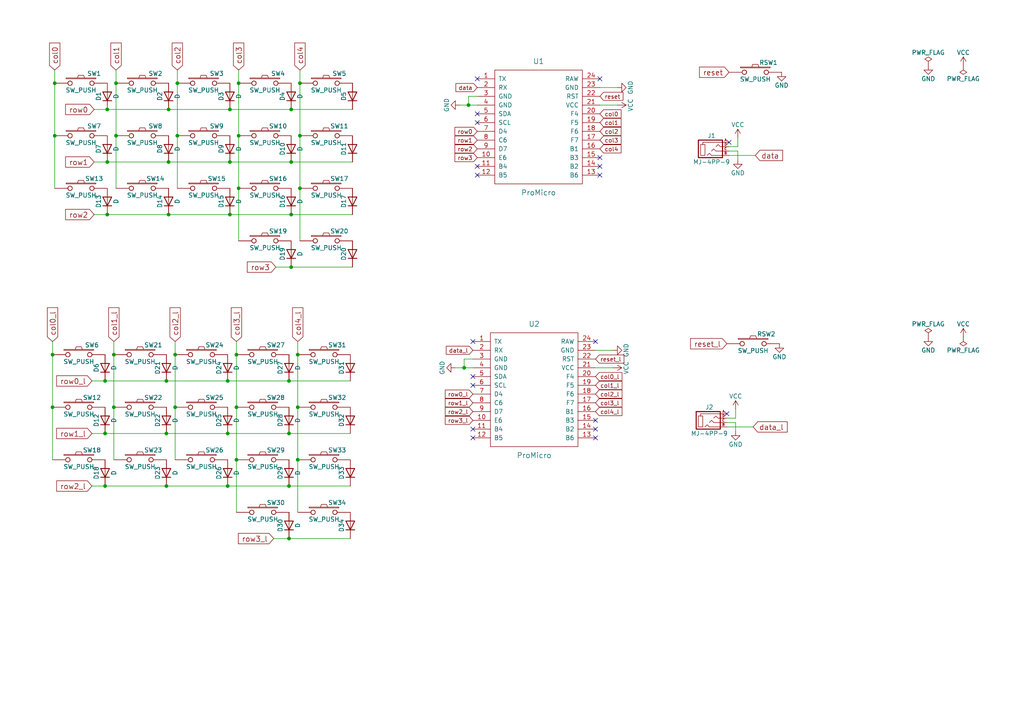
<source format=kicad_sch>
(kicad_sch (version 20230121) (generator eeschema)
  (paper "A4")
  (title_block (title "Corne Light") (date "2018-12-26") (rev "2.1") (company "foostan"))
  (lib_symbols
    (symbol "Device:D" (pin_numbers hide) (pin_names (offset 1.016) hide)
      (property "Reference" "D" (at 0 2.54 0))
      (property "Value" "D" (at 0 -2.54 0))
      (symbol "D_0_1"
        (polyline (pts (xy -1.27 1.27) (xy -1.27 -1.27)) (stroke (width 0.254)))
        (polyline (pts (xy 1.27 0) (xy -1.27 0)))
        (polyline (pts (xy 1.27 1.27) (xy 1.27 -1.27) (xy -1.27 0) (xy 1.27 1.27)) (stroke (width 0.254)))
      )
      (symbol "D_1_1"
        (pin passive line (at -3.81 0 0) (length 2.54) (name "K") (number "1"))
        (pin passive line (at 3.81 0 180) (length 2.54) (name "A") (number "2"))
      )
    )
    (symbol "chococorne-rescue:MJ-4PP-9-kbd-corne-light-rescue" (pin_names (offset 1.016))
      (property "Reference" "J" (at 0 3.81 0))
      (property "Value" "MJ-4PP-9-kbd-corne-light-rescue" (at 0 -3.81 0))
      (symbol "MJ-4PP-9-kbd-corne-light-rescue_0_1"
        (rectangle (start -1.905 -1.905) (end -3.175 1.27))
        (polyline (pts (xy -2.54 1.27) (xy -2.54 1.905) (xy 3.175 1.905)))
        (polyline (pts (xy -1.27 -1.905) (xy -0.635 -1.27) (xy 0 -1.905) (xy 3.175 -1.905)))
        (polyline (pts (xy 0 -0.635) (xy 0.635 0) (xy 1.27 -0.635) (xy 3.175 -0.635)))
        (polyline (pts (xy 1.27 0.635) (xy 1.905 1.27) (xy 2.54 0.635) (xy 3.175 0.635)))
        (rectangle (start 3.175 2.54) (end -3.81 -2.54) (stroke (width 0.3048)))
      )
      (symbol "MJ-4PP-9-kbd-corne-light-rescue_1_1"
        (pin input line (at 5.08 1.905 180) (length 2.0066) (name "~") (number "A"))
        (pin input line (at 5.08 -1.905 180) (length 2.0066) (name "~") (number "B"))
        (pin input line (at 5.08 -0.635 180) (length 2.0066) (name "~") (number "C"))
        (pin input line (at 5.08 0.635 180) (length 2.0066) (name "~") (number "D"))
      )
    )
    (symbol "chococorne-rescue:ProMicro-kbd-corne-light-rescue" (pin_names (offset 1.016))
      (property "Reference" "U" (at 0 24.13 0))
      (property "Value" "ProMicro-kbd-corne-light-rescue" (at 0 -13.97 0))
      (symbol "ProMicro-kbd-corne-light-rescue_0_1"
        (rectangle (start -12.7 21.59) (end 12.7 -11.43))
      )
      (symbol "ProMicro-kbd-corne-light-rescue_1_1"
        (pin bidirectional line (at -17.78 19.05 0) (length 5.08) (name "TX") (number "1"))
        (pin bidirectional line (at -17.78 -3.81 0) (length 5.08) (name "E6") (number "10"))
        (pin bidirectional line (at -17.78 -6.35 0) (length 5.08) (name "B4") (number "11"))
        (pin bidirectional line (at -17.78 -8.89 0) (length 5.08) (name "B5") (number "12"))
        (pin bidirectional line (at 17.78 -8.89 180) (length 5.08) (name "B6") (number "13"))
        (pin bidirectional line (at 17.78 -6.35 180) (length 5.08) (name "B2") (number "14"))
        (pin bidirectional line (at 17.78 -3.81 180) (length 5.08) (name "B3") (number "15"))
        (pin bidirectional line (at 17.78 -1.27 180) (length 5.08) (name "B1") (number "16"))
        (pin bidirectional line (at 17.78 1.27 180) (length 5.08) (name "F7") (number "17"))
        (pin bidirectional line (at 17.78 3.81 180) (length 5.08) (name "F6") (number "18"))
        (pin bidirectional line (at 17.78 6.35 180) (length 5.08) (name "F5") (number "19"))
        (pin bidirectional line (at -17.78 16.51 0) (length 5.08) (name "RX") (number "2"))
        (pin bidirectional line (at 17.78 8.89 180) (length 5.08) (name "F4") (number "20"))
        (pin power_in line (at 17.78 11.43 180) (length 5.08) (name "VCC") (number "21"))
        (pin input line (at 17.78 13.97 180) (length 5.08) (name "RST") (number "22"))
        (pin power_in line (at 17.78 16.51 180) (length 5.08) (name "GND") (number "23"))
        (pin power_out line (at 17.78 19.05 180) (length 5.08) (name "RAW") (number "24"))
        (pin power_in line (at -17.78 13.97 0) (length 5.08) (name "GND") (number "3"))
        (pin power_in line (at -17.78 11.43 0) (length 5.08) (name "GND") (number "4"))
        (pin bidirectional line (at -17.78 8.89 0) (length 5.08) (name "SDA") (number "5"))
        (pin bidirectional line (at -17.78 6.35 0) (length 5.08) (name "SCL") (number "6"))
        (pin bidirectional line (at -17.78 3.81 0) (length 5.08) (name "D4") (number "7"))
        (pin bidirectional line (at -17.78 1.27 0) (length 5.08) (name "C6") (number "8"))
        (pin bidirectional line (at -17.78 -1.27 0) (length 5.08) (name "D7") (number "9"))
      )
    )
    (symbol "chococorne-rescue:SW_PUSH-kbd-corne-light-rescue" (pin_numbers hide) (pin_names (offset 1.016) hide)
      (property "Reference" "SW" (at 3.81 2.794 0))
      (property "Value" "SW_PUSH-kbd-corne-light-rescue" (at 0 -2.032 0))
      (symbol "SW_PUSH-kbd-corne-light-rescue_0_1"
        (rectangle (start -4.318 1.27) (end 4.318 1.524))
        (polyline (pts (xy -1.016 1.524) (xy -0.762 2.286) (xy 0.762 2.286) (xy 1.016 1.524)))
        (pin passive inverted (at -7.62 0 0) (length 5.08) (name "1") (number "1"))
        (pin passive inverted (at 7.62 0 180) (length 5.08) (name "2") (number "2"))
      )
    )
    (symbol "power:GND" (power) (pin_names (offset 0))
      (property "Value" "GND" (at 0 -3.81 0))
      (symbol "GND_0_1"
        (polyline (pts (xy 0 0) (xy 0 -1.27) (xy 1.27 -1.27) (xy 0 -2.54) (xy -1.27 -1.27) (xy 0 -1.27)))
      )
      (symbol "GND_1_1"
        (pin power_in line (at 0 0 270) (length 0) hide (name "GND") (number "1"))
      )
    )
    (symbol "power:PWR_FLAG" (power) (pin_numbers hide) (pin_names (offset 0) hide)
      (property "Value" "PWR_FLAG" (at 0 3.81 0))
      (symbol "PWR_FLAG_0_0"
        (pin power_out line (at 0 0 90) (length 0) (name "pwr") (number "1"))
      )
      (symbol "PWR_FLAG_0_1"
        (polyline (pts (xy 0 0) (xy 0 1.27) (xy -1.016 1.905) (xy 0 2.54) (xy 1.016 1.905) (xy 0 1.27)))
      )
    )
    (symbol "power:VCC" (power) (pin_names (offset 0))
      (property "Value" "VCC" (at 0 3.81 0))
      (symbol "VCC_0_1"
        (polyline (pts (xy -0.762 1.27) (xy 0 2.54)))
        (polyline (pts (xy 0 0) (xy 0 2.54)))
        (polyline (pts (xy 0 2.54) (xy 0.762 1.27)))
      )
      (symbol "VCC_1_1"
        (pin power_in line (at 0 0 90) (length 0) hide (name "VCC") (number "1"))
      )
    )
  )
  (junction (at 86.36 102.87))
  (junction (at 48.895 31.75))
  (junction (at 48.895 62.23))
  (junction (at 84.455 77.47))
  (junction (at 15.24 102.87))
  (junction (at 33.655 39.37))
  (junction (at 15.875 39.37))
  (junction (at 15.875 24.13))
  (junction (at 69.215 54.61))
  (junction (at 48.26 125.73))
  (junction (at 15.24 118.11))
  (junction (at 83.82 125.73))
  (junction (at 31.115 46.99))
  (junction (at 50.8 102.87))
  (junction (at 86.36 133.35))
  (junction (at 30.48 140.97))
  (junction (at 86.36 118.11))
  (junction (at 33.655 24.13))
  (junction (at 48.26 140.97))
  (junction (at 30.48 125.73))
  (junction (at 83.82 156.21))
  (junction (at 51.435 39.37))
  (junction (at 83.82 110.49))
  (junction (at 84.455 31.75))
  (junction (at 86.995 24.13))
  (junction (at 84.455 62.23))
  (junction (at 33.02 118.11))
  (junction (at 69.215 24.13))
  (junction (at 68.58 133.35))
  (junction (at 66.675 62.23))
  (junction (at 83.82 140.97))
  (junction (at 84.455 46.99))
  (junction (at 66.675 46.99))
  (junction (at 31.115 31.75))
  (junction (at 134.62 106.68))
  (junction (at 69.215 39.37))
  (junction (at 66.04 125.73))
  (junction (at 68.58 118.11))
  (junction (at 66.04 140.97))
  (junction (at 68.58 102.87))
  (junction (at 30.48 110.49))
  (junction (at 51.435 24.13))
  (junction (at 50.8 118.11))
  (junction (at 48.26 110.49))
  (junction (at 86.995 54.61))
  (junction (at 66.04 110.49))
  (junction (at 31.115 62.23))
  (junction (at 66.675 31.75))
  (junction (at 135.89 30.48))
  (junction (at 86.995 39.37))
  (junction (at 48.895 46.99))
  (junction (at 33.02 102.87))
  (no_connect (at 172.72 121.92))
  (no_connect (at 137.16 127))
  (no_connect (at 137.16 111.76))
  (no_connect (at 137.16 99.06))
  (no_connect (at 173.99 45.72))
  (no_connect (at 172.72 127))
  (no_connect (at 138.43 35.56))
  (no_connect (at 138.43 22.86))
  (no_connect (at 211.455 41.275))
  (no_connect (at 138.43 50.8))
  (no_connect (at 172.72 99.06))
  (no_connect (at 172.72 124.46))
  (no_connect (at 173.99 48.26))
  (no_connect (at 210.82 120.015))
  (no_connect (at 138.43 33.02))
  (no_connect (at 137.16 124.46))
  (no_connect (at 137.16 109.22))
  (no_connect (at 173.99 50.8))
  (no_connect (at 138.43 48.26))
  (no_connect (at 173.99 22.86))
  (wire (pts (xy 86.36 133.35) (xy 86.36 148.59)))
  (wire (pts (xy 86.995 39.37) (xy 86.995 54.61)))
  (wire (pts (xy 15.875 20.32) (xy 15.875 24.13)))
  (wire (pts (xy 83.82 125.73) (xy 101.6 125.73)))
  (wire (pts (xy 27.305 62.23) (xy 31.115 62.23)))
  (wire (pts (xy 173.99 30.48) (xy 179.07 30.48)))
  (wire (pts (xy 68.58 99.06) (xy 68.58 102.87)))
  (wire (pts (xy 66.675 31.75) (xy 84.455 31.75)))
  (wire (pts (xy 69.215 24.13) (xy 69.215 39.37)))
  (wire (pts (xy 84.455 62.23) (xy 102.235 62.23)))
  (wire (pts (xy 133.35 30.48) (xy 135.89 30.48)))
  (wire (pts (xy 48.26 140.97) (xy 66.04 140.97)))
  (wire (pts (xy 135.89 27.94) (xy 135.89 30.48)))
  (wire (pts (xy 33.655 24.13) (xy 33.655 39.37)))
  (wire (pts (xy 213.36 121.285) (xy 213.36 118.745)))
  (wire (pts (xy 172.72 106.68) (xy 177.8 106.68)))
  (wire (pts (xy 213.36 122.555) (xy 213.36 125.095)))
  (wire (pts (xy 66.675 46.99) (xy 84.455 46.99)))
  (wire (pts (xy 69.215 54.61) (xy 69.215 69.85)))
  (wire (pts (xy 48.895 62.23) (xy 66.675 62.23)))
  (wire (pts (xy 86.995 20.32) (xy 86.995 24.13)))
  (wire (pts (xy 132.08 106.68) (xy 134.62 106.68)))
  (wire (pts (xy 51.435 20.32) (xy 51.435 24.13)))
  (wire (pts (xy 86.36 118.11) (xy 86.36 133.35)))
  (wire (pts (xy 80.01 77.47) (xy 84.455 77.47)))
  (wire (pts (xy 86.36 102.87) (xy 86.36 118.11)))
  (wire (pts (xy 30.48 125.73) (xy 48.26 125.73)))
  (wire (pts (xy 26.67 140.97) (xy 30.48 140.97)))
  (wire (pts (xy 135.89 30.48) (xy 138.43 30.48)))
  (wire (pts (xy 134.62 106.68) (xy 137.16 106.68)))
  (wire (pts (xy 31.115 31.75) (xy 48.895 31.75)))
  (wire (pts (xy 15.875 39.37) (xy 15.875 54.61)))
  (wire (pts (xy 84.455 31.75) (xy 102.235 31.75)))
  (wire (pts (xy 210.82 121.285) (xy 213.36 121.285)))
  (wire (pts (xy 31.115 62.23) (xy 48.895 62.23)))
  (wire (pts (xy 48.26 110.49) (xy 66.04 110.49)))
  (wire (pts (xy 66.04 110.49) (xy 83.82 110.49)))
  (wire (pts (xy 27.305 31.75) (xy 31.115 31.75)))
  (wire (pts (xy 66.04 125.73) (xy 83.82 125.73)))
  (wire (pts (xy 68.58 118.11) (xy 68.58 133.35)))
  (wire (pts (xy 213.995 43.815) (xy 213.995 46.355)))
  (wire (pts (xy 138.43 27.94) (xy 135.89 27.94)))
  (wire (pts (xy 83.82 110.49) (xy 101.6 110.49)))
  (wire (pts (xy 26.67 125.73) (xy 30.48 125.73)))
  (wire (pts (xy 210.82 122.555) (xy 213.36 122.555)))
  (wire (pts (xy 50.8 118.11) (xy 50.8 133.35)))
  (wire (pts (xy 66.04 140.97) (xy 83.82 140.97)))
  (wire (pts (xy 211.455 45.085) (xy 219.075 45.085)))
  (wire (pts (xy 27.305 46.99) (xy 31.115 46.99)))
  (wire (pts (xy 50.8 99.06) (xy 50.8 102.87)))
  (wire (pts (xy 15.24 118.11) (xy 15.24 133.35)))
  (wire (pts (xy 172.72 101.6) (xy 177.8 101.6)))
  (wire (pts (xy 68.58 102.87) (xy 68.58 118.11)))
  (wire (pts (xy 33.655 20.32) (xy 33.655 24.13)))
  (wire (pts (xy 33.655 39.37) (xy 33.655 54.61)))
  (wire (pts (xy 48.26 125.73) (xy 66.04 125.73)))
  (wire (pts (xy 79.375 156.21) (xy 83.82 156.21)))
  (wire (pts (xy 213.995 42.545) (xy 213.995 40.005)))
  (wire (pts (xy 33.02 99.06) (xy 33.02 102.87)))
  (wire (pts (xy 86.995 54.61) (xy 86.995 69.85)))
  (wire (pts (xy 15.875 24.13) (xy 15.875 39.37)))
  (wire (pts (xy 15.24 102.87) (xy 15.24 118.11)))
  (wire (pts (xy 15.24 99.06) (xy 15.24 102.87)))
  (wire (pts (xy 84.455 46.99) (xy 102.235 46.99)))
  (wire (pts (xy 83.82 140.97) (xy 101.6 140.97)))
  (wire (pts (xy 211.455 43.815) (xy 213.995 43.815)))
  (wire (pts (xy 33.02 118.11) (xy 33.02 133.35)))
  (wire (pts (xy 33.02 102.87) (xy 33.02 118.11)))
  (wire (pts (xy 30.48 140.97) (xy 48.26 140.97)))
  (wire (pts (xy 50.8 102.87) (xy 50.8 118.11)))
  (wire (pts (xy 51.435 24.13) (xy 51.435 39.37)))
  (wire (pts (xy 83.82 156.21) (xy 101.6 156.21)))
  (wire (pts (xy 66.675 62.23) (xy 84.455 62.23)))
  (wire (pts (xy 84.455 77.47) (xy 102.235 77.47)))
  (wire (pts (xy 68.58 133.35) (xy 68.58 148.59)))
  (wire (pts (xy 86.995 24.13) (xy 86.995 39.37)))
  (wire (pts (xy 26.67 110.49) (xy 30.48 110.49)))
  (wire (pts (xy 69.215 39.37) (xy 69.215 54.61)))
  (wire (pts (xy 48.895 31.75) (xy 66.675 31.75)))
  (wire (pts (xy 48.895 46.99) (xy 66.675 46.99)))
  (wire (pts (xy 86.36 99.06) (xy 86.36 102.87)))
  (wire (pts (xy 137.16 104.14) (xy 134.62 104.14)))
  (wire (pts (xy 51.435 39.37) (xy 51.435 54.61)))
  (wire (pts (xy 69.215 20.32) (xy 69.215 24.13)))
  (wire (pts (xy 211.455 42.545) (xy 213.995 42.545)))
  (wire (pts (xy 210.82 123.825) (xy 218.44 123.825)))
  (wire (pts (xy 173.99 25.4) (xy 179.07 25.4)))
  (wire (pts (xy 30.48 110.49) (xy 48.26 110.49)))
  (wire (pts (xy 134.62 104.14) (xy 134.62 106.68)))
  (wire (pts (xy 31.115 46.99) (xy 48.895 46.99)))
  (global_label "row2" (shape input) (at 27.305 62.23 180) (effects (font (size 1.524 1.524))) (property "Intersheetrefs" "${INTERSHEET_REFS}" (effects hide)))
  (global_label "row2" (shape input) (at 138.43 43.18 180) (effects (font (size 1.1938 1.1938))) (property "Intersheetrefs" "${INTERSHEET_REFS}" (effects hide)))
  (global_label "col4" (shape input) (at 173.99 43.18 0) (effects (font (size 1.1938 1.1938))) (property "Intersheetrefs" "${INTERSHEET_REFS}" (effects hide)))
  (global_label "row2_l" (shape input) (at 137.16 119.38 180) (effects (font (size 1.1938 1.1938))) (property "Intersheetrefs" "${INTERSHEET_REFS}" (effects hide)))
  (global_label "row2_l" (shape input) (at 26.67 140.97 180) (effects (font (size 1.524 1.524))) (property "Intersheetrefs" "${INTERSHEET_REFS}" (effects hide)))
  (global_label "row1_l" (shape input) (at 137.16 116.84 180) (effects (font (size 1.1938 1.1938))) (property "Intersheetrefs" "${INTERSHEET_REFS}" (effects hide)))
  (global_label "row3_l" (shape input) (at 137.16 121.92 180) (effects (font (size 1.1938 1.1938))) (property "Intersheetrefs" "${INTERSHEET_REFS}" (effects hide)))
  (global_label "data_l" (shape input) (at 137.16 101.6 180) (effects (font (size 1.1938 1.1938))) (property "Intersheetrefs" "${INTERSHEET_REFS}" (effects hide)))
  (global_label "col4_l" (shape input) (at 172.72 119.38 0) (effects (font (size 1.1938 1.1938))) (property "Intersheetrefs" "${INTERSHEET_REFS}" (effects hide)))
  (global_label "col1" (shape input) (at 33.655 20.32 90) (effects (font (size 1.524 1.524))) (property "Intersheetrefs" "${INTERSHEET_REFS}" (effects hide)))
  (global_label "data_l" (shape input) (at 218.44 123.825 0) (effects (font (size 1.524 1.524))) (property "Intersheetrefs" "${INTERSHEET_REFS}" (effects hide)))
  (global_label "data" (shape input) (at 219.075 45.085 0) (effects (font (size 1.524 1.524))) (property "Intersheetrefs" "${INTERSHEET_REFS}" (effects hide)))
  (global_label "col3" (shape input) (at 173.99 40.64 0) (effects (font (size 1.1938 1.1938))) (property "Intersheetrefs" "${INTERSHEET_REFS}" (effects hide)))
  (global_label "reset_l" (shape input) (at 172.72 104.14 0) (effects (font (size 1.1938 1.1938))) (property "Intersheetrefs" "${INTERSHEET_REFS}" (effects hide)))
  (global_label "reset_l" (shape input) (at 210.82 99.695 180) (effects (font (size 1.524 1.524))) (property "Intersheetrefs" "${INTERSHEET_REFS}" (effects hide)))
  (global_label "col0_l" (shape input) (at 15.24 99.06 90) (effects (font (size 1.524 1.524))) (property "Intersheetrefs" "${INTERSHEET_REFS}" (effects hide)))
  (global_label "col0_l" (shape input) (at 172.72 109.22 0) (effects (font (size 1.1938 1.1938))) (property "Intersheetrefs" "${INTERSHEET_REFS}" (effects hide)))
  (global_label "row3" (shape input) (at 138.43 45.72 180) (effects (font (size 1.1938 1.1938))) (property "Intersheetrefs" "${INTERSHEET_REFS}" (effects hide)))
  (global_label "row3" (shape input) (at 80.01 77.47 180) (effects (font (size 1.524 1.524))) (property "Intersheetrefs" "${INTERSHEET_REFS}" (effects hide)))
  (global_label "col3_l" (shape input) (at 68.58 99.06 90) (effects (font (size 1.524 1.524))) (property "Intersheetrefs" "${INTERSHEET_REFS}" (effects hide)))
  (global_label "col1_l" (shape input) (at 33.02 99.06 90) (effects (font (size 1.524 1.524))) (property "Intersheetrefs" "${INTERSHEET_REFS}" (effects hide)))
  (global_label "col4_l" (shape input) (at 86.36 99.06 90) (effects (font (size 1.524 1.524))) (property "Intersheetrefs" "${INTERSHEET_REFS}" (effects hide)))
  (global_label "col0" (shape input) (at 15.875 20.32 90) (effects (font (size 1.524 1.524))) (property "Intersheetrefs" "${INTERSHEET_REFS}" (effects hide)))
  (global_label "row1" (shape input) (at 27.305 46.99 180) (effects (font (size 1.524 1.524))) (property "Intersheetrefs" "${INTERSHEET_REFS}" (effects hide)))
  (global_label "reset" (shape input) (at 211.455 20.955 180) (effects (font (size 1.524 1.524))) (property "Intersheetrefs" "${INTERSHEET_REFS}" (effects hide)))
  (global_label "row1_l" (shape input) (at 26.67 125.73 180) (effects (font (size 1.524 1.524))) (property "Intersheetrefs" "${INTERSHEET_REFS}" (effects hide)))
  (global_label "col0" (shape input) (at 173.99 33.02 0) (effects (font (size 1.1938 1.1938))) (property "Intersheetrefs" "${INTERSHEET_REFS}" (effects hide)))
  (global_label "col2_l" (shape input) (at 50.8 99.06 90) (effects (font (size 1.524 1.524))) (property "Intersheetrefs" "${INTERSHEET_REFS}" (effects hide)))
  (global_label "col4" (shape input) (at 86.995 20.32 90) (effects (font (size 1.524 1.524))) (property "Intersheetrefs" "${INTERSHEET_REFS}" (effects hide)))
  (global_label "col2" (shape input) (at 173.99 38.1 0) (effects (font (size 1.1938 1.1938))) (property "Intersheetrefs" "${INTERSHEET_REFS}" (effects hide)))
  (global_label "col2_l" (shape input) (at 172.72 114.3 0) (effects (font (size 1.1938 1.1938))) (property "Intersheetrefs" "${INTERSHEET_REFS}" (effects hide)))
  (global_label "row0" (shape input) (at 138.43 38.1 180) (effects (font (size 1.1938 1.1938))) (property "Intersheetrefs" "${INTERSHEET_REFS}" (effects hide)))
  (global_label "row3_l" (shape input) (at 79.375 156.21 180) (effects (font (size 1.524 1.524))) (property "Intersheetrefs" "${INTERSHEET_REFS}" (effects hide)))
  (global_label "col1_l" (shape input) (at 172.72 111.76 0) (effects (font (size 1.1938 1.1938))) (property "Intersheetrefs" "${INTERSHEET_REFS}" (effects hide)))
  (global_label "reset" (shape input) (at 173.99 27.94 0) (effects (font (size 1.1938 1.1938))) (property "Intersheetrefs" "${INTERSHEET_REFS}" (effects hide)))
  (global_label "row0" (shape input) (at 27.305 31.75 180) (effects (font (size 1.524 1.524))) (property "Intersheetrefs" "${INTERSHEET_REFS}" (effects hide)))
  (global_label "data" (shape input) (at 138.43 25.4 180) (effects (font (size 1.1938 1.1938))) (property "Intersheetrefs" "${INTERSHEET_REFS}" (effects hide)))
  (global_label "row1" (shape input) (at 138.43 40.64 180) (effects (font (size 1.1938 1.1938))) (property "Intersheetrefs" "${INTERSHEET_REFS}" (effects hide)))
  (global_label "col1" (shape input) (at 173.99 35.56 0) (effects (font (size 1.1938 1.1938))) (property "Intersheetrefs" "${INTERSHEET_REFS}" (effects hide)))
  (global_label "col2" (shape input) (at 51.435 20.32 90) (effects (font (size 1.524 1.524))) (property "Intersheetrefs" "${INTERSHEET_REFS}" (effects hide)))
  (global_label "row0_l" (shape input) (at 137.16 114.3 180) (effects (font (size 1.1938 1.1938))) (property "Intersheetrefs" "${INTERSHEET_REFS}" (effects hide)))
  (global_label "col3_l" (shape input) (at 172.72 116.84 0) (effects (font (size 1.1938 1.1938))) (property "Intersheetrefs" "${INTERSHEET_REFS}" (effects hide)))
  (global_label "col3" (shape input) (at 69.215 20.32 90) (effects (font (size 1.524 1.524))) (property "Intersheetrefs" "${INTERSHEET_REFS}" (effects hide)))
  (global_label "row0_l" (shape input) (at 26.67 110.49 180) (effects (font (size 1.524 1.524))) (property "Intersheetrefs" "${INTERSHEET_REFS}" (effects hide)))
  (symbol (lib_id "chococorne-rescue:ProMicro-kbd-corne-light-rescue") (at 156.21 41.91 0) (unit 1)
    (property "Reference" "U1" (at 156.21 17.78 0) (effects (font (size 1.524 1.524))))
    (property "Value" "ProMicro" (at 156.21 55.88 0) (effects (font (size 1.524 1.524))))
    (property "Footprint" "kbd:ProMicro_v2_1side" (effects hide))
  )
  (symbol (lib_id "chococorne-rescue:SW_PUSH-kbd-corne-light-rescue") (at 41.275 24.13 0) (unit 1)
    (property "Reference" "SW2" (at 45.085 21.336 0))
    (property "Value" "SW_PUSH" (at 41.275 26.162 0))
    (property "Footprint" "keyswitches:Kailh_socket_PG1350_optional_oval_1" (effects hide))
  )
  (symbol (lib_id "Device:D") (at 48.895 27.94 90) (unit 1)
    (property "Reference" "D2" (at 46.355 27.94 0))
    (property "Value" "D" (at 51.435 27.94 0))
    (property "Footprint" "kbd:D3_SMD" (effects hide))
  )
  (symbol (lib_id "chococorne-rescue:SW_PUSH-kbd-corne-light-rescue") (at 59.055 24.13 0) (unit 1)
    (property "Reference" "SW3" (at 62.865 21.336 0))
    (property "Value" "SW_PUSH" (at 59.055 26.162 0))
    (property "Footprint" "keyswitches:Kailh_socket_PG1350_optional_oval_1" (effects hide))
  )
  (symbol (lib_id "Device:D") (at 66.675 27.94 90) (unit 1)
    (property "Reference" "D3" (at 64.135 27.94 0))
    (property "Value" "D" (at 69.215 27.94 0))
    (property "Footprint" "kbd:D3_SMD" (effects hide))
  )
  (symbol (lib_id "chococorne-rescue:SW_PUSH-kbd-corne-light-rescue") (at 76.835 24.13 0) (unit 1)
    (property "Reference" "SW4" (at 80.645 21.336 0))
    (property "Value" "SW_PUSH" (at 76.835 26.162 0))
    (property "Footprint" "keyswitches:Kailh_socket_PG1350_optional_oval_1" (effects hide))
  )
  (symbol (lib_id "chococorne-rescue:SW_PUSH-kbd-corne-light-rescue") (at 94.615 24.13 0) (unit 1)
    (property "Reference" "SW5" (at 98.425 21.336 0))
    (property "Value" "SW_PUSH" (at 94.615 26.162 0))
    (property "Footprint" "keyswitches:Kailh_socket_PG1350_optional_oval_1" (effects hide))
  )
  (symbol (lib_id "Device:D") (at 84.455 27.94 90) (unit 1)
    (property "Reference" "D4" (at 81.915 27.94 0))
    (property "Value" "D" (at 86.995 27.94 0))
    (property "Footprint" "kbd:D3_SMD" (effects hide))
  )
  (symbol (lib_id "Device:D") (at 102.235 27.94 90) (unit 1)
    (property "Reference" "D5" (at 99.695 27.94 0))
    (property "Value" "D" (effects hide))
    (property "Footprint" "kbd:D3_SMD" (effects hide))
  )
  (symbol (lib_id "chococorne-rescue:SW_PUSH-kbd-corne-light-rescue") (at 23.495 24.13 0) (unit 1)
    (property "Reference" "SW1" (at 27.305 21.336 0))
    (property "Value" "SW_PUSH" (at 23.495 26.162 0))
    (property "Footprint" "keyswitches:Kailh_socket_PG1350_optional_oval_1" (effects hide))
  )
  (symbol (lib_id "Device:D") (at 31.115 27.94 90) (unit 1)
    (property "Reference" "D1" (at 28.575 27.94 0))
    (property "Value" "D" (at 33.655 27.94 0))
    (property "Footprint" "kbd:D3_SMD" (effects hide))
  )
  (symbol (lib_id "chococorne-rescue:SW_PUSH-kbd-corne-light-rescue") (at 41.275 39.37 0) (unit 1)
    (property "Reference" "SW8" (at 45.085 36.576 0))
    (property "Value" "SW_PUSH" (at 41.275 41.402 0))
    (property "Footprint" "keyswitches:Kailh_socket_PG1350_optional_oval_1" (effects hide))
  )
  (symbol (lib_id "Device:D") (at 48.895 43.18 90) (unit 1)
    (property "Reference" "D8" (at 46.355 43.18 0))
    (property "Value" "D" (at 51.435 43.18 0))
    (property "Footprint" "kbd:D3_SMD" (effects hide))
  )
  (symbol (lib_id "chococorne-rescue:SW_PUSH-kbd-corne-light-rescue") (at 59.055 39.37 0) (unit 1)
    (property "Reference" "SW9" (at 62.865 36.576 0))
    (property "Value" "SW_PUSH" (at 59.055 41.402 0))
    (property "Footprint" "keyswitches:Kailh_socket_PG1350_optional_oval_1" (effects hide))
  )
  (symbol (lib_id "Device:D") (at 66.675 43.18 90) (unit 1)
    (property "Reference" "D9" (at 64.135 43.18 0))
    (property "Value" "D" (at 69.215 43.18 0))
    (property "Footprint" "kbd:D3_SMD" (effects hide))
  )
  (symbol (lib_id "chococorne-rescue:SW_PUSH-kbd-corne-light-rescue") (at 76.835 39.37 0) (unit 1)
    (property "Reference" "SW10" (at 80.645 36.576 0))
    (property "Value" "SW_PUSH" (at 76.835 41.402 0))
    (property "Footprint" "keyswitches:Kailh_socket_PG1350_optional_oval_1" (effects hide))
  )
  (symbol (lib_id "chococorne-rescue:SW_PUSH-kbd-corne-light-rescue") (at 94.615 39.37 0) (unit 1)
    (property "Reference" "SW11" (at 98.425 36.576 0))
    (property "Value" "SW_PUSH" (at 94.615 41.402 0))
    (property "Footprint" "keyswitches:Kailh_socket_PG1350_optional_oval_1" (effects hide))
  )
  (symbol (lib_id "Device:D") (at 84.455 43.18 90) (unit 1)
    (property "Reference" "D10" (at 81.915 43.18 0))
    (property "Value" "D" (at 86.995 43.18 0))
    (property "Footprint" "kbd:D3_SMD" (effects hide))
  )
  (symbol (lib_id "Device:D") (at 102.235 43.18 90) (unit 1)
    (property "Reference" "D11" (at 99.695 43.18 0))
    (property "Value" "D" (effects hide))
    (property "Footprint" "kbd:D3_SMD" (effects hide))
  )
  (symbol (lib_id "chococorne-rescue:SW_PUSH-kbd-corne-light-rescue") (at 23.495 39.37 0) (unit 1)
    (property "Reference" "SW7" (at 27.305 36.576 0))
    (property "Value" "SW_PUSH" (at 23.495 41.402 0))
    (property "Footprint" "keyswitches:Kailh_socket_PG1350_optional_oval_1" (effects hide))
  )
  (symbol (lib_id "Device:D") (at 31.115 43.18 90) (unit 1)
    (property "Reference" "D7" (at 28.575 43.18 0))
    (property "Value" "D" (at 33.655 43.18 0))
    (property "Footprint" "kbd:D3_SMD" (effects hide))
  )
  (symbol (lib_id "chococorne-rescue:SW_PUSH-kbd-corne-light-rescue") (at 41.275 54.61 0) (unit 1)
    (property "Reference" "SW14" (at 45.085 51.816 0))
    (property "Value" "SW_PUSH" (at 41.275 56.642 0))
    (property "Footprint" "keyswitches:Kailh_socket_PG1350_optional_oval_1" (effects hide))
  )
  (symbol (lib_id "Device:D") (at 48.895 58.42 90) (unit 1)
    (property "Reference" "D14" (at 46.355 58.42 0))
    (property "Value" "D" (at 51.435 58.42 0))
    (property "Footprint" "kbd:D3_SMD" (effects hide))
  )
  (symbol (lib_id "chococorne-rescue:SW_PUSH-kbd-corne-light-rescue") (at 59.055 54.61 0) (unit 1)
    (property "Reference" "SW15" (at 62.865 51.816 0))
    (property "Value" "SW_PUSH" (at 59.055 56.642 0))
    (property "Footprint" "keyswitches:Kailh_socket_PG1350_optional_oval_1" (effects hide))
  )
  (symbol (lib_id "Device:D") (at 66.675 58.42 90) (unit 1)
    (property "Reference" "D15" (at 64.135 58.42 0))
    (property "Value" "D" (at 69.215 58.42 0))
    (property "Footprint" "kbd:D3_SMD" (effects hide))
  )
  (symbol (lib_id "chococorne-rescue:SW_PUSH-kbd-corne-light-rescue") (at 76.835 54.61 0) (unit 1)
    (property "Reference" "SW16" (at 80.645 51.816 0))
    (property "Value" "SW_PUSH" (at 76.835 56.642 0))
    (property "Footprint" "keyswitches:Kailh_socket_PG1350_optional_oval_1" (effects hide))
  )
  (symbol (lib_id "chococorne-rescue:SW_PUSH-kbd-corne-light-rescue") (at 94.615 54.61 0) (unit 1)
    (property "Reference" "SW17" (at 98.425 51.816 0))
    (property "Value" "SW_PUSH" (at 94.615 56.642 0))
    (property "Footprint" "keyswitches:Kailh_socket_PG1350_optional_oval_1" (effects hide))
  )
  (symbol (lib_id "Device:D") (at 84.455 58.42 90) (unit 1)
    (property "Reference" "D16" (at 81.915 58.42 0))
    (property "Value" "D" (at 86.995 58.42 0))
    (property "Footprint" "kbd:D3_SMD" (effects hide))
  )
  (symbol (lib_id "Device:D") (at 102.235 58.42 90) (unit 1)
    (property "Reference" "D17" (at 99.695 58.42 0))
    (property "Value" "D" (effects hide))
    (property "Footprint" "kbd:D3_SMD" (effects hide))
  )
  (symbol (lib_id "chococorne-rescue:SW_PUSH-kbd-corne-light-rescue") (at 23.495 54.61 0) (unit 1)
    (property "Reference" "SW13" (at 27.305 51.816 0))
    (property "Value" "SW_PUSH" (at 23.495 56.642 0))
    (property "Footprint" "keyswitches:Kailh_socket_PG1350_optional_oval_1" (effects hide))
  )
  (symbol (lib_id "Device:D") (at 31.115 58.42 90) (unit 1)
    (property "Reference" "D13" (at 28.575 58.42 0))
    (property "Value" "D" (at 33.655 58.42 0))
    (property "Footprint" "kbd:D3_SMD" (effects hide))
  )
  (symbol (lib_id "chococorne-rescue:SW_PUSH-kbd-corne-light-rescue") (at 94.615 69.85 0) (unit 1)
    (property "Reference" "SW20" (at 98.425 67.056 0))
    (property "Value" "SW_PUSH" (at 94.615 71.882 0))
    (property "Footprint" "keyswitches:Kailh_socket_PG1350_optional_oval_1" (effects hide))
  )
  (symbol (lib_id "Device:D") (at 102.235 73.66 90) (unit 1)
    (property "Reference" "D20" (at 99.695 73.66 0))
    (property "Value" "D" (effects hide))
    (property "Footprint" "kbd:D3_SMD" (effects hide))
  )
  (symbol (lib_id "chococorne-rescue:SW_PUSH-kbd-corne-light-rescue") (at 76.835 69.85 0) (unit 1)
    (property "Reference" "SW19" (at 80.645 67.056 0))
    (property "Value" "SW_PUSH" (at 76.835 71.882 0))
    (property "Footprint" "keyswitches:Kailh_socket_PG1350_optional_oval_1" (effects hide))
  )
  (symbol (lib_id "Device:D") (at 84.455 73.66 90) (unit 1)
    (property "Reference" "D19" (at 81.915 73.66 0))
    (property "Value" "D" (at 86.995 73.66 0))
    (property "Footprint" "kbd:D3_SMD" (effects hide))
  )
  (symbol (lib_id "power:GND") (at 179.07 25.4 90) (unit 1)
    (property "Reference" "#PWR03" (effects hide))
    (property "Value" "GND" (at 182.88 25.4 0))
  )
  (symbol (lib_id "power:VCC") (at 179.07 30.48 270) (unit 1)
    (property "Reference" "#PWR05" (effects hide))
    (property "Value" "VCC" (at 182.88 30.48 0))
  )
  (symbol (lib_id "power:GND") (at 133.35 30.48 270) (unit 1)
    (property "Reference" "#PWR04" (effects hide))
    (property "Value" "GND" (at 129.54 30.48 0))
  )
  (symbol (lib_id "power:GND") (at 269.24 19.05 0) (unit 1)
    (property "Reference" "#PWR01" (effects hide))
    (property "Value" "GND" (at 269.24 22.86 0))
  )
  (symbol (lib_id "power:VCC") (at 279.4 19.05 0) (unit 1)
    (property "Reference" "#PWR02" (effects hide))
    (property "Value" "VCC" (at 279.4 15.24 0))
  )
  (symbol (lib_id "power:PWR_FLAG") (at 279.4 19.05 180) (unit 1)
    (property "Reference" "#FLG02" (effects hide))
    (property "Value" "PWR_FLAG" (at 279.4 22.86 0))
  )
  (symbol (lib_id "power:PWR_FLAG") (at 269.24 19.05 0) (unit 1)
    (property "Reference" "#FLG01" (effects hide))
    (property "Value" "PWR_FLAG" (at 269.24 15.24 0))
  )
  (symbol (lib_id "chococorne-rescue:SW_PUSH-kbd-corne-light-rescue") (at 219.075 20.955 0) (unit 1)
    (property "Reference" "RSW1" (at 222.885 18.161 0))
    (property "Value" "SW_PUSH" (at 219.075 22.987 0))
    (property "Footprint" "kbd:ResetSW_1side" (effects hide))
  )
  (symbol (lib_id "power:GND") (at 226.695 20.955 0) (unit 1)
    (property "Reference" "#PWR07" (effects hide))
    (property "Value" "GND" (at 226.695 24.765 0))
  )
  (symbol (lib_id "power:VCC") (at 213.995 40.005 0) (unit 1)
    (property "Reference" "#PWR06" (effects hide))
    (property "Value" "VCC" (at 213.995 36.195 0))
  )
  (symbol (lib_id "power:GND") (at 213.995 46.355 0) (unit 1)
    (property "Reference" "#PWR08" (effects hide))
    (property "Value" "GND" (at 213.995 50.165 0))
  )
  (symbol (lib_id "chococorne-rescue:MJ-4PP-9-kbd-corne-light-rescue") (at 206.375 43.18 0) (unit 1)
    (property "Reference" "J1" (at 206.375 39.37 0))
    (property "Value" "MJ-4PP-9" (at 206.375 46.99 0))
    (property "Footprint" "kbd:MJ-4PP-9_1side" (effects hide))
  )
  (symbol (lib_id "chococorne-rescue:SW_PUSH-kbd-corne-light-rescue") (at 76.2 148.59 0) (unit 1)
    (property "Reference" "SW30" (at 80.01 145.796 0))
    (property "Value" "SW_PUSH" (at 76.2 150.622 0))
    (property "Footprint" "keyswitches:Kailh_socket_PG1350_optional_oval_1" (effects hide))
  )
  (symbol (lib_id "chococorne-rescue:SW_PUSH-kbd-corne-light-rescue") (at 76.2 133.35 0) (unit 1)
    (property "Reference" "SW29" (at 80.01 130.556 0))
    (property "Value" "SW_PUSH" (at 76.2 135.382 0))
    (property "Footprint" "keyswitches:Kailh_socket_PG1350_optional_oval_1" (effects hide))
  )
  (symbol (lib_id "Device:D") (at 101.6 137.16 90) (unit 1)
    (property "Reference" "D33" (at 99.06 137.16 0))
    (property "Value" "D" (effects hide))
    (property "Footprint" "kbd:D3_SMD" (effects hide))
  )
  (symbol (lib_id "power:VCC") (at 213.36 118.745 0) (unit 1)
    (property "Reference" "#PWR012" (effects hide))
    (property "Value" "VCCL" (at 213.36 114.935 0))
  )
  (symbol (lib_id "chococorne-rescue:SW_PUSH-kbd-corne-light-rescue") (at 58.42 102.87 0) (unit 1)
    (property "Reference" "SW24" (at 62.23 100.076 0))
    (property "Value" "SW_PUSH" (at 58.42 104.902 0))
    (property "Footprint" "keyswitches:Kailh_socket_PG1350_optional_oval_1" (effects hide))
  )
  (symbol (lib_id "Device:D") (at 101.6 106.68 90) (unit 1)
    (property "Reference" "D31" (at 99.06 106.68 0))
    (property "Value" "D" (effects hide))
    (property "Footprint" "kbd:D3_SMD" (effects hide))
  )
  (symbol (lib_id "Device:D") (at 83.82 137.16 90) (unit 1)
    (property "Reference" "D29" (at 81.28 137.16 0))
    (property "Value" "D" (at 86.36 137.16 0))
    (property "Footprint" "kbd:D3_SMD" (effects hide))
  )
  (symbol (lib_id "chococorne-rescue:SW_PUSH-kbd-corne-light-rescue") (at 58.42 118.11 0) (unit 1)
    (property "Reference" "SW25" (at 62.23 115.316 0))
    (property "Value" "SW_PUSH" (at 58.42 120.142 0))
    (property "Footprint" "keyswitches:Kailh_socket_PG1350_optional_oval_1" (effects hide))
  )
  (symbol (lib_id "chococorne-rescue:SW_PUSH-kbd-corne-light-rescue") (at 76.2 118.11 0) (unit 1)
    (property "Reference" "SW28" (at 80.01 115.316 0))
    (property "Value" "SW_PUSH" (at 76.2 120.142 0))
    (property "Footprint" "keyswitches:Kailh_socket_PG1350_optional_oval_1" (effects hide))
  )
  (symbol (lib_id "power:PWR_FLAG") (at 279.4 97.79 180) (unit 1)
    (property "Reference" "#FLG04" (effects hide))
    (property "Value" "PWR_FLAG" (at 279.4 101.6 0))
  )
  (symbol (lib_id "Device:D") (at 83.82 106.68 90) (unit 1)
    (property "Reference" "D27" (at 81.28 106.68 0))
    (property "Value" "D" (at 86.36 106.68 0))
    (property "Footprint" "kbd:D3_SMD" (effects hide))
  )
  (symbol (lib_id "chococorne-rescue:ProMicro-kbd-corne-light-rescue") (at 154.94 118.11 0) (unit 1)
    (property "Reference" "U2" (at 154.94 93.98 0) (effects (font (size 1.524 1.524))))
    (property "Value" "ProMicro" (at 154.94 132.08 0) (effects (font (size 1.524 1.524))))
    (property "Footprint" "kbd:ProMicro_v2_1side" (effects hide))
  )
  (symbol (lib_id "power:GND") (at 132.08 106.68 270) (unit 1)
    (property "Reference" "#PWR09" (effects hide))
    (property "Value" "GNDL" (at 128.27 106.68 0))
  )
  (symbol (lib_id "Device:D") (at 101.6 152.4 90) (unit 1)
    (property "Reference" "D34" (at 99.06 152.4 0))
    (property "Value" "D" (effects hide))
    (property "Footprint" "kbd:D3_SMD" (effects hide))
  )
  (symbol (lib_id "Device:D") (at 66.04 106.68 90) (unit 1)
    (property "Reference" "D24" (at 63.5 106.68 0))
    (property "Value" "D" (at 68.58 106.68 0))
    (property "Footprint" "kbd:D3_SMD" (effects hide))
  )
  (symbol (lib_id "power:GND") (at 226.06 99.695 0) (unit 1)
    (property "Reference" "#PWR014" (effects hide))
    (property "Value" "GNDL" (at 226.06 103.505 0))
  )
  (symbol (lib_id "chococorne-rescue:MJ-4PP-9-kbd-corne-light-rescue") (at 205.74 121.92 0) (unit 1)
    (property "Reference" "J2" (at 205.74 118.11 0))
    (property "Value" "MJ-4PP-9" (at 205.74 125.73 0))
    (property "Footprint" "kbd:MJ-4PP-9_1side" (effects hide))
  )
  (symbol (lib_id "chococorne-rescue:SW_PUSH-kbd-corne-light-rescue") (at 40.64 102.87 0) (unit 1)
    (property "Reference" "SW21" (at 44.45 100.076 0))
    (property "Value" "SW_PUSH" (at 40.64 104.902 0))
    (property "Footprint" "keyswitches:Kailh_socket_PG1350_optional_oval_1" (effects hide))
  )
  (symbol (lib_id "Device:D") (at 30.48 137.16 90) (unit 1)
    (property "Reference" "D18" (at 27.94 137.16 0))
    (property "Value" "D" (at 33.02 137.16 0))
    (property "Footprint" "kbd:D3_SMD" (effects hide))
  )
  (symbol (lib_id "power:VCC") (at 177.8 106.68 270) (unit 1)
    (property "Reference" "#PWR011" (effects hide))
    (property "Value" "VCCL" (at 181.61 106.68 0))
  )
  (symbol (lib_id "chococorne-rescue:SW_PUSH-kbd-corne-light-rescue") (at 22.86 133.35 0) (unit 1)
    (property "Reference" "SW18" (at 26.67 130.556 0))
    (property "Value" "SW_PUSH" (at 22.86 135.382 0))
    (property "Footprint" "keyswitches:Kailh_socket_PG1350_optional_oval_1" (effects hide))
  )
  (symbol (lib_id "chococorne-rescue:SW_PUSH-kbd-corne-light-rescue") (at 40.64 118.11 0) (unit 1)
    (property "Reference" "SW22" (at 44.45 115.316 0))
    (property "Value" "SW_PUSH" (at 40.64 120.142 0))
    (property "Footprint" "keyswitches:Kailh_socket_PG1350_optional_oval_1" (effects hide))
  )
  (symbol (lib_id "Device:D") (at 48.26 106.68 90) (unit 1)
    (property "Reference" "D21" (at 45.72 106.68 0))
    (property "Value" "D" (at 50.8 106.68 0))
    (property "Footprint" "kbd:D3_SMD" (effects hide))
  )
  (symbol (lib_id "chococorne-rescue:SW_PUSH-kbd-corne-light-rescue") (at 22.86 102.87 0) (unit 1)
    (property "Reference" "SW6" (at 26.67 100.076 0))
    (property "Value" "SW_PUSH" (at 22.86 104.902 0))
    (property "Footprint" "keyswitches:Kailh_socket_PG1350_optional_oval_1" (effects hide))
  )
  (symbol (lib_id "chococorne-rescue:SW_PUSH-kbd-corne-light-rescue") (at 58.42 133.35 0) (unit 1)
    (property "Reference" "SW26" (at 62.23 130.556 0))
    (property "Value" "SW_PUSH" (at 58.42 135.382 0))
    (property "Footprint" "keyswitches:Kailh_socket_PG1350_optional_oval_1" (effects hide))
  )
  (symbol (lib_id "Device:D") (at 66.04 137.16 90) (unit 1)
    (property "Reference" "D26" (at 63.5 137.16 0))
    (property "Value" "D" (at 68.58 137.16 0))
    (property "Footprint" "kbd:D3_SMD" (effects hide))
  )
  (symbol (lib_id "Device:D") (at 30.48 106.68 90) (unit 1)
    (property "Reference" "D6" (at 27.94 106.68 0))
    (property "Value" "D" (at 33.02 106.68 0))
    (property "Footprint" "kbd:D3_SMD" (effects hide))
  )
  (symbol (lib_id "Device:D") (at 30.48 121.92 90) (unit 1)
    (property "Reference" "D12" (at 27.94 121.92 0))
    (property "Value" "D" (at 33.02 121.92 0))
    (property "Footprint" "kbd:D3_SMD" (effects hide))
  )
  (symbol (lib_id "chococorne-rescue:SW_PUSH-kbd-corne-light-rescue") (at 93.98 102.87 0) (unit 1)
    (property "Reference" "SW31" (at 97.79 100.076 0))
    (property "Value" "SW_PUSH" (at 93.98 104.902 0))
    (property "Footprint" "keyswitches:Kailh_socket_PG1350_optional_oval_1" (effects hide))
  )
  (symbol (lib_id "chococorne-rescue:SW_PUSH-kbd-corne-light-rescue") (at 76.2 102.87 0) (unit 1)
    (property "Reference" "SW27" (at 80.01 100.076 0))
    (property "Value" "SW_PUSH" (at 76.2 104.902 0))
    (property "Footprint" "keyswitches:Kailh_socket_PG1350_optional_oval_1" (effects hide))
  )
  (symbol (lib_id "Device:D") (at 66.04 121.92 90) (unit 1)
    (property "Reference" "D25" (at 63.5 121.92 0))
    (property "Value" "D" (at 68.58 121.92 0))
    (property "Footprint" "kbd:D3_SMD" (effects hide))
  )
  (symbol (lib_id "chococorne-rescue:SW_PUSH-kbd-corne-light-rescue") (at 22.86 118.11 0) (unit 1)
    (property "Reference" "SW12" (at 26.67 115.316 0))
    (property "Value" "SW_PUSH" (at 22.86 120.142 0))
    (property "Footprint" "keyswitches:Kailh_socket_PG1350_optional_oval_1" (effects hide))
  )
  (symbol (lib_id "Device:D") (at 83.82 152.4 90) (unit 1)
    (property "Reference" "D30" (at 81.28 152.4 0))
    (property "Value" "D" (at 86.36 152.4 0))
    (property "Footprint" "kbd:D3_SMD" (effects hide))
  )
  (symbol (lib_id "power:GND") (at 269.24 97.79 0) (unit 1)
    (property "Reference" "#PWR015" (effects hide))
    (property "Value" "GNDL" (at 269.24 101.6 0))
  )
  (symbol (lib_id "power:VCC") (at 279.4 97.79 0) (unit 1)
    (property "Reference" "#PWR016" (effects hide))
    (property "Value" "VCCL" (at 279.4 93.98 0))
  )
  (symbol (lib_id "power:GND") (at 213.36 125.095 0) (unit 1)
    (property "Reference" "#PWR013" (effects hide))
    (property "Value" "GNDL" (at 213.36 128.905 0))
  )
  (symbol (lib_id "Device:D") (at 101.6 121.92 90) (unit 1)
    (property "Reference" "D32" (at 99.06 121.92 0))
    (property "Value" "D" (effects hide))
    (property "Footprint" "kbd:D3_SMD" (effects hide))
  )
  (symbol (lib_id "power:GND") (at 177.8 101.6 90) (unit 1)
    (property "Reference" "#PWR010" (effects hide))
    (property "Value" "GNDL" (at 181.61 101.6 0))
  )
  (symbol (lib_id "chococorne-rescue:SW_PUSH-kbd-corne-light-rescue") (at 93.98 118.11 0) (unit 1)
    (property "Reference" "SW32" (at 97.79 115.316 0))
    (property "Value" "SW_PUSH" (at 93.98 120.142 0))
    (property "Footprint" "keyswitches:Kailh_socket_PG1350_optional_oval_1" (effects hide))
  )
  (symbol (lib_id "chococorne-rescue:SW_PUSH-kbd-corne-light-rescue") (at 40.64 133.35 0) (unit 1)
    (property "Reference" "SW23" (at 44.45 130.556 0))
    (property "Value" "SW_PUSH" (at 40.64 135.382 0))
    (property "Footprint" "keyswitches:Kailh_socket_PG1350_optional_oval_1" (effects hide))
  )
  (symbol (lib_id "Device:D") (at 48.26 137.16 90) (unit 1)
    (property "Reference" "D23" (at 45.72 137.16 0))
    (property "Value" "D" (at 50.8 137.16 0))
    (property "Footprint" "kbd:D3_SMD" (effects hide))
  )
  (symbol (lib_id "chococorne-rescue:SW_PUSH-kbd-corne-light-rescue") (at 218.44 99.695 0) (unit 1)
    (property "Reference" "RSW2" (at 222.25 96.901 0))
    (property "Value" "SW_PUSH" (at 218.44 101.727 0))
    (property "Footprint" "kbd:ResetSW_1side" (effects hide))
  )
  (symbol (lib_id "Device:D") (at 83.82 121.92 90) (unit 1)
    (property "Reference" "D28" (at 81.28 121.92 0))
    (property "Value" "D" (at 86.36 121.92 0))
    (property "Footprint" "kbd:D3_SMD" (effects hide))
  )
  (symbol (lib_id "chococorne-rescue:SW_PUSH-kbd-corne-light-rescue") (at 93.98 133.35 0) (unit 1)
    (property "Reference" "SW33" (at 97.79 130.556 0))
    (property "Value" "SW_PUSH" (at 93.98 135.382 0))
    (property "Footprint" "keyswitches:Kailh_socket_PG1350_optional_oval_1" (effects hide))
  )
  (symbol (lib_id "Device:D") (at 48.26 121.92 90) (unit 1)
    (property "Reference" "D22" (at 45.72 121.92 0))
    (property "Value" "D" (at 50.8 121.92 0))
    (property "Footprint" "kbd:D3_SMD" (effects hide))
  )
  (symbol (lib_id "chococorne-rescue:SW_PUSH-kbd-corne-light-rescue") (at 93.98 148.59 0) (unit 1)
    (property "Reference" "SW34" (at 97.79 145.796 0))
    (property "Value" "SW_PUSH" (at 93.98 150.622 0))
    (property "Footprint" "keyswitches:Kailh_socket_PG1350_optional_oval_1" (effects hide))
  )
  (symbol (lib_id "power:PWR_FLAG") (at 269.24 97.79 0) (unit 1)
    (property "Reference" "#FLG03" (effects hide))
    (property "Value" "PWR_FLAG" (at 269.24 93.98 0))
  )
)
</source>
